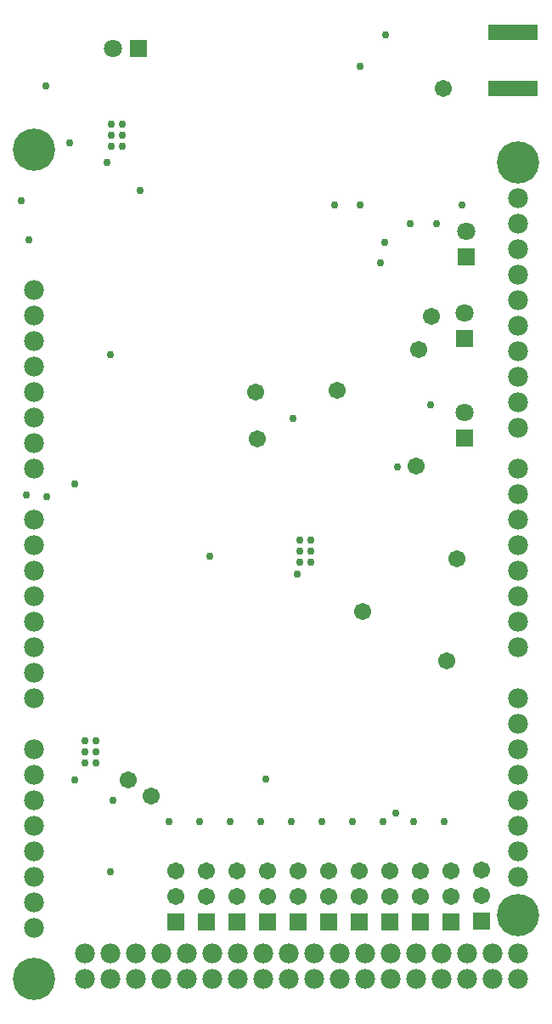
<source format=gbs>
G04*
G04 #@! TF.GenerationSoftware,Altium Limited,Altium Designer,18.1.11 (251)*
G04*
G04 Layer_Color=16711935*
%FSLAX25Y25*%
%MOIN*%
G70*
G01*
G75*
%ADD32R,0.19685X0.06299*%
%ADD72C,0.07800*%
%ADD73C,0.07099*%
%ADD74R,0.07099X0.07099*%
%ADD75R,0.07099X0.07099*%
%ADD76R,0.06706X0.06706*%
%ADD77C,0.06706*%
%ADD78C,0.16548*%
%ADD79C,0.02965*%
D32*
X197917Y-31106D02*
D03*
Y-9295D02*
D03*
D72*
X200000Y-340000D02*
D03*
Y-330000D02*
D03*
Y-320000D02*
D03*
Y-310000D02*
D03*
Y-300000D02*
D03*
Y-290000D02*
D03*
Y-280000D02*
D03*
Y-270000D02*
D03*
Y-250000D02*
D03*
Y-240000D02*
D03*
Y-230000D02*
D03*
Y-220000D02*
D03*
Y-210000D02*
D03*
Y-200000D02*
D03*
Y-190000D02*
D03*
Y-180000D02*
D03*
X10000Y-110000D02*
D03*
Y-120000D02*
D03*
Y-130000D02*
D03*
Y-140000D02*
D03*
Y-150000D02*
D03*
Y-160000D02*
D03*
Y-170000D02*
D03*
Y-180000D02*
D03*
Y-200000D02*
D03*
Y-210000D02*
D03*
Y-220000D02*
D03*
Y-230000D02*
D03*
Y-240000D02*
D03*
Y-250000D02*
D03*
Y-260000D02*
D03*
Y-270000D02*
D03*
Y-290000D02*
D03*
Y-300000D02*
D03*
Y-310000D02*
D03*
Y-320000D02*
D03*
Y-330000D02*
D03*
Y-340000D02*
D03*
Y-350000D02*
D03*
Y-360000D02*
D03*
X30000Y-380000D02*
D03*
X40000D02*
D03*
X50000D02*
D03*
X60000D02*
D03*
X70000D02*
D03*
X80000D02*
D03*
X90000D02*
D03*
X100000D02*
D03*
X110000D02*
D03*
X120000D02*
D03*
X130000D02*
D03*
X140000D02*
D03*
X150000D02*
D03*
X160000D02*
D03*
X170000D02*
D03*
X180000D02*
D03*
X190000D02*
D03*
X30000Y-370000D02*
D03*
X40000D02*
D03*
X50000D02*
D03*
X60000D02*
D03*
X70000D02*
D03*
X80000D02*
D03*
X90000D02*
D03*
X100000D02*
D03*
X110000D02*
D03*
X200000Y-380000D02*
D03*
X120000Y-370000D02*
D03*
X130000D02*
D03*
X140000D02*
D03*
X150000D02*
D03*
X160000D02*
D03*
X170000D02*
D03*
X180000D02*
D03*
X190000D02*
D03*
X200000D02*
D03*
Y-164000D02*
D03*
Y-154000D02*
D03*
Y-74000D02*
D03*
Y-84000D02*
D03*
Y-94000D02*
D03*
Y-104000D02*
D03*
Y-114000D02*
D03*
Y-124000D02*
D03*
Y-134000D02*
D03*
Y-144000D02*
D03*
D73*
X179000Y-158150D02*
D03*
Y-119291D02*
D03*
X179500Y-87291D02*
D03*
X41000Y-15500D02*
D03*
D74*
X179000Y-168150D02*
D03*
Y-129291D02*
D03*
X179500Y-97291D02*
D03*
D75*
X51000Y-15500D02*
D03*
D76*
X65694Y-357700D02*
D03*
X77694D02*
D03*
X89694D02*
D03*
X101500D02*
D03*
X113500D02*
D03*
X125500D02*
D03*
X137500D02*
D03*
X149500D02*
D03*
X161500D02*
D03*
X173500D02*
D03*
X185500Y-357500D02*
D03*
D77*
X65694Y-347700D02*
D03*
Y-337700D02*
D03*
X77694Y-347700D02*
D03*
Y-337700D02*
D03*
X89694Y-347700D02*
D03*
Y-337700D02*
D03*
X101500Y-347700D02*
D03*
Y-337700D02*
D03*
X113500Y-347700D02*
D03*
Y-337700D02*
D03*
X125500Y-347700D02*
D03*
Y-337700D02*
D03*
X137500Y-347700D02*
D03*
Y-337700D02*
D03*
X149500Y-347700D02*
D03*
Y-337700D02*
D03*
X161500Y-347700D02*
D03*
Y-337700D02*
D03*
X173500Y-347700D02*
D03*
Y-337700D02*
D03*
X185500Y-347500D02*
D03*
Y-337500D02*
D03*
X170457Y-31106D02*
D03*
X138854Y-236000D02*
D03*
X166000Y-120500D02*
D03*
X161000Y-133500D02*
D03*
X172000Y-255500D02*
D03*
X97500Y-168390D02*
D03*
X56000Y-308500D02*
D03*
X47000Y-302000D02*
D03*
X176000Y-215500D02*
D03*
X160000Y-179000D02*
D03*
X129041Y-149541D02*
D03*
X97000Y-150000D02*
D03*
D78*
X200000Y-60000D02*
D03*
X10000Y-380000D02*
D03*
X200000Y-355000D02*
D03*
X10000Y-55000D02*
D03*
D79*
X165500Y-155000D02*
D03*
X40335Y-53831D02*
D03*
X44665D02*
D03*
X40335Y-49500D02*
D03*
X44665D02*
D03*
X40335Y-45169D02*
D03*
X44665D02*
D03*
X114106Y-208169D02*
D03*
X118437D02*
D03*
X114106Y-212500D02*
D03*
X118437D02*
D03*
X114106Y-216831D02*
D03*
X118437D02*
D03*
X34165Y-295331D02*
D03*
X29835D02*
D03*
X34165Y-291000D02*
D03*
X29835D02*
D03*
X34165Y-286669D02*
D03*
X29835D02*
D03*
X26016Y-302000D02*
D03*
X26000Y-186000D02*
D03*
X15000Y-191000D02*
D03*
X40000Y-135500D02*
D03*
X146000Y-99500D02*
D03*
X51500Y-71000D02*
D03*
X100740Y-301996D02*
D03*
X113272Y-221500D02*
D03*
X7850Y-90650D02*
D03*
X38500Y-60000D02*
D03*
X148000Y-10000D02*
D03*
X4750Y-75000D02*
D03*
X41000Y-310000D02*
D03*
X79000Y-214500D02*
D03*
X7000Y-190500D02*
D03*
X24000Y-52500D02*
D03*
X14650Y-30000D02*
D03*
X40000Y-338000D02*
D03*
X138000Y-76906D02*
D03*
X128000Y-76982D02*
D03*
X152000Y-315000D02*
D03*
X111500Y-160650D02*
D03*
X152500Y-179500D02*
D03*
X138000Y-22500D02*
D03*
X147500Y-91536D02*
D03*
X168000Y-84000D02*
D03*
X157500D02*
D03*
X178000Y-76982D02*
D03*
X170850Y-318500D02*
D03*
X158746D02*
D03*
X146850Y-318545D02*
D03*
X134850Y-318500D02*
D03*
X122850D02*
D03*
X110850Y-318545D02*
D03*
X98850D02*
D03*
X87045D02*
D03*
X75045D02*
D03*
X63045Y-318500D02*
D03*
M02*

</source>
